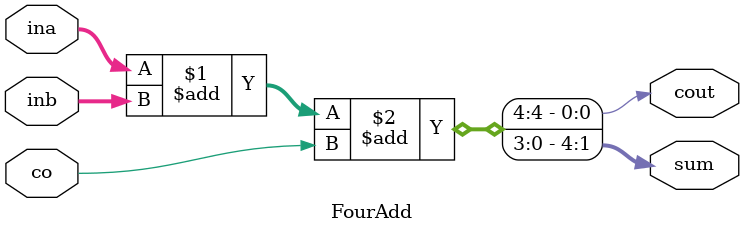
<source format=v>
module FourAdd(ina,inb,co,sum,cout);
	input[4:1]ina,inb;
	input co;
	output[4:1] sum;
	output cout;
	assign {cout,sum} = ina+inb+co;
endmodule

</source>
